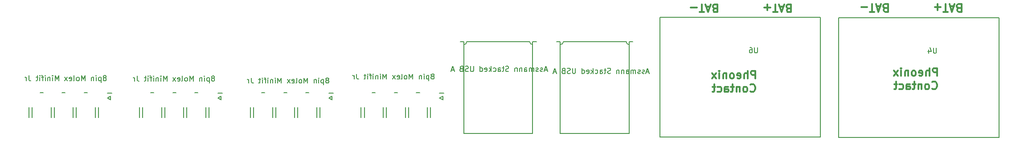
<source format=gbr>
G04 #@! TF.FileFunction,Legend,Bot*
%FSLAX46Y46*%
G04 Gerber Fmt 4.6, Leading zero omitted, Abs format (unit mm)*
G04 Created by KiCad (PCBNEW 4.0.7) date 02/15/18 17:09:35*
%MOMM*%
%LPD*%
G01*
G04 APERTURE LIST*
%ADD10C,0.100000*%
%ADD11C,0.300000*%
%ADD12C,0.150000*%
G04 APERTURE END LIST*
D10*
D11*
X199266714Y-99167143D02*
X199052428Y-99095714D01*
X198981000Y-99024286D01*
X198909571Y-98881429D01*
X198909571Y-98667143D01*
X198981000Y-98524286D01*
X199052428Y-98452857D01*
X199195286Y-98381429D01*
X199766714Y-98381429D01*
X199766714Y-99881429D01*
X199266714Y-99881429D01*
X199123857Y-99810000D01*
X199052428Y-99738571D01*
X198981000Y-99595714D01*
X198981000Y-99452857D01*
X199052428Y-99310000D01*
X199123857Y-99238571D01*
X199266714Y-99167143D01*
X199766714Y-99167143D01*
X198338143Y-98810000D02*
X197623857Y-98810000D01*
X198481000Y-98381429D02*
X197981000Y-99881429D01*
X197481000Y-98381429D01*
X197195286Y-99881429D02*
X196338143Y-99881429D01*
X196766714Y-98381429D02*
X196766714Y-99881429D01*
X195838143Y-98952857D02*
X194695286Y-98952857D01*
X195266715Y-98381429D02*
X195266715Y-99524286D01*
X185296714Y-99167143D02*
X185082428Y-99095714D01*
X185011000Y-99024286D01*
X184939571Y-98881429D01*
X184939571Y-98667143D01*
X185011000Y-98524286D01*
X185082428Y-98452857D01*
X185225286Y-98381429D01*
X185796714Y-98381429D01*
X185796714Y-99881429D01*
X185296714Y-99881429D01*
X185153857Y-99810000D01*
X185082428Y-99738571D01*
X185011000Y-99595714D01*
X185011000Y-99452857D01*
X185082428Y-99310000D01*
X185153857Y-99238571D01*
X185296714Y-99167143D01*
X185796714Y-99167143D01*
X184368143Y-98810000D02*
X183653857Y-98810000D01*
X184511000Y-98381429D02*
X184011000Y-99881429D01*
X183511000Y-98381429D01*
X183225286Y-99881429D02*
X182368143Y-99881429D01*
X182796714Y-98381429D02*
X182796714Y-99881429D01*
X181868143Y-98952857D02*
X180725286Y-98952857D01*
X217681714Y-99103643D02*
X217467428Y-99032214D01*
X217396000Y-98960786D01*
X217324571Y-98817929D01*
X217324571Y-98603643D01*
X217396000Y-98460786D01*
X217467428Y-98389357D01*
X217610286Y-98317929D01*
X218181714Y-98317929D01*
X218181714Y-99817929D01*
X217681714Y-99817929D01*
X217538857Y-99746500D01*
X217467428Y-99675071D01*
X217396000Y-99532214D01*
X217396000Y-99389357D01*
X217467428Y-99246500D01*
X217538857Y-99175071D01*
X217681714Y-99103643D01*
X218181714Y-99103643D01*
X216753143Y-98746500D02*
X216038857Y-98746500D01*
X216896000Y-98317929D02*
X216396000Y-99817929D01*
X215896000Y-98317929D01*
X215610286Y-99817929D02*
X214753143Y-99817929D01*
X215181714Y-98317929D02*
X215181714Y-99817929D01*
X214253143Y-98889357D02*
X213110286Y-98889357D01*
X231651714Y-99103643D02*
X231437428Y-99032214D01*
X231366000Y-98960786D01*
X231294571Y-98817929D01*
X231294571Y-98603643D01*
X231366000Y-98460786D01*
X231437428Y-98389357D01*
X231580286Y-98317929D01*
X232151714Y-98317929D01*
X232151714Y-99817929D01*
X231651714Y-99817929D01*
X231508857Y-99746500D01*
X231437428Y-99675071D01*
X231366000Y-99532214D01*
X231366000Y-99389357D01*
X231437428Y-99246500D01*
X231508857Y-99175071D01*
X231651714Y-99103643D01*
X232151714Y-99103643D01*
X230723143Y-98746500D02*
X230008857Y-98746500D01*
X230866000Y-98317929D02*
X230366000Y-99817929D01*
X229866000Y-98317929D01*
X229580286Y-99817929D02*
X228723143Y-99817929D01*
X229151714Y-98317929D02*
X229151714Y-99817929D01*
X228223143Y-98889357D02*
X227080286Y-98889357D01*
X227651715Y-98317929D02*
X227651715Y-99460786D01*
X193011714Y-112560571D02*
X193011714Y-111060571D01*
X192440286Y-111060571D01*
X192297428Y-111132000D01*
X192226000Y-111203429D01*
X192154571Y-111346286D01*
X192154571Y-111560571D01*
X192226000Y-111703429D01*
X192297428Y-111774857D01*
X192440286Y-111846286D01*
X193011714Y-111846286D01*
X191511714Y-112560571D02*
X191511714Y-111060571D01*
X190868857Y-112560571D02*
X190868857Y-111774857D01*
X190940286Y-111632000D01*
X191083143Y-111560571D01*
X191297428Y-111560571D01*
X191440286Y-111632000D01*
X191511714Y-111703429D01*
X189583143Y-112489143D02*
X189726000Y-112560571D01*
X190011714Y-112560571D01*
X190154571Y-112489143D01*
X190226000Y-112346286D01*
X190226000Y-111774857D01*
X190154571Y-111632000D01*
X190011714Y-111560571D01*
X189726000Y-111560571D01*
X189583143Y-111632000D01*
X189511714Y-111774857D01*
X189511714Y-111917714D01*
X190226000Y-112060571D01*
X188654571Y-112560571D02*
X188797429Y-112489143D01*
X188868857Y-112417714D01*
X188940286Y-112274857D01*
X188940286Y-111846286D01*
X188868857Y-111703429D01*
X188797429Y-111632000D01*
X188654571Y-111560571D01*
X188440286Y-111560571D01*
X188297429Y-111632000D01*
X188226000Y-111703429D01*
X188154571Y-111846286D01*
X188154571Y-112274857D01*
X188226000Y-112417714D01*
X188297429Y-112489143D01*
X188440286Y-112560571D01*
X188654571Y-112560571D01*
X187511714Y-111560571D02*
X187511714Y-112560571D01*
X187511714Y-111703429D02*
X187440286Y-111632000D01*
X187297428Y-111560571D01*
X187083143Y-111560571D01*
X186940286Y-111632000D01*
X186868857Y-111774857D01*
X186868857Y-112560571D01*
X186154571Y-112560571D02*
X186154571Y-111560571D01*
X186154571Y-111060571D02*
X186226000Y-111132000D01*
X186154571Y-111203429D01*
X186083143Y-111132000D01*
X186154571Y-111060571D01*
X186154571Y-111203429D01*
X185583142Y-112560571D02*
X184797428Y-111560571D01*
X185583142Y-111560571D02*
X184797428Y-112560571D01*
X192047428Y-114967714D02*
X192118857Y-115039143D01*
X192333143Y-115110571D01*
X192476000Y-115110571D01*
X192690285Y-115039143D01*
X192833143Y-114896286D01*
X192904571Y-114753429D01*
X192976000Y-114467714D01*
X192976000Y-114253429D01*
X192904571Y-113967714D01*
X192833143Y-113824857D01*
X192690285Y-113682000D01*
X192476000Y-113610571D01*
X192333143Y-113610571D01*
X192118857Y-113682000D01*
X192047428Y-113753429D01*
X191190285Y-115110571D02*
X191333143Y-115039143D01*
X191404571Y-114967714D01*
X191476000Y-114824857D01*
X191476000Y-114396286D01*
X191404571Y-114253429D01*
X191333143Y-114182000D01*
X191190285Y-114110571D01*
X190976000Y-114110571D01*
X190833143Y-114182000D01*
X190761714Y-114253429D01*
X190690285Y-114396286D01*
X190690285Y-114824857D01*
X190761714Y-114967714D01*
X190833143Y-115039143D01*
X190976000Y-115110571D01*
X191190285Y-115110571D01*
X190047428Y-114110571D02*
X190047428Y-115110571D01*
X190047428Y-114253429D02*
X189976000Y-114182000D01*
X189833142Y-114110571D01*
X189618857Y-114110571D01*
X189476000Y-114182000D01*
X189404571Y-114324857D01*
X189404571Y-115110571D01*
X188904571Y-114110571D02*
X188333142Y-114110571D01*
X188690285Y-113610571D02*
X188690285Y-114896286D01*
X188618857Y-115039143D01*
X188475999Y-115110571D01*
X188333142Y-115110571D01*
X187190285Y-115110571D02*
X187190285Y-114324857D01*
X187261714Y-114182000D01*
X187404571Y-114110571D01*
X187690285Y-114110571D01*
X187833142Y-114182000D01*
X187190285Y-115039143D02*
X187333142Y-115110571D01*
X187690285Y-115110571D01*
X187833142Y-115039143D01*
X187904571Y-114896286D01*
X187904571Y-114753429D01*
X187833142Y-114610571D01*
X187690285Y-114539143D01*
X187333142Y-114539143D01*
X187190285Y-114467714D01*
X185833142Y-115039143D02*
X185975999Y-115110571D01*
X186261713Y-115110571D01*
X186404571Y-115039143D01*
X186475999Y-114967714D01*
X186547428Y-114824857D01*
X186547428Y-114396286D01*
X186475999Y-114253429D01*
X186404571Y-114182000D01*
X186261713Y-114110571D01*
X185975999Y-114110571D01*
X185833142Y-114182000D01*
X185404571Y-114110571D02*
X184833142Y-114110571D01*
X185190285Y-113610571D02*
X185190285Y-114896286D01*
X185118857Y-115039143D01*
X184975999Y-115110571D01*
X184833142Y-115110571D01*
X227555714Y-112052571D02*
X227555714Y-110552571D01*
X226984286Y-110552571D01*
X226841428Y-110624000D01*
X226770000Y-110695429D01*
X226698571Y-110838286D01*
X226698571Y-111052571D01*
X226770000Y-111195429D01*
X226841428Y-111266857D01*
X226984286Y-111338286D01*
X227555714Y-111338286D01*
X226055714Y-112052571D02*
X226055714Y-110552571D01*
X225412857Y-112052571D02*
X225412857Y-111266857D01*
X225484286Y-111124000D01*
X225627143Y-111052571D01*
X225841428Y-111052571D01*
X225984286Y-111124000D01*
X226055714Y-111195429D01*
X224127143Y-111981143D02*
X224270000Y-112052571D01*
X224555714Y-112052571D01*
X224698571Y-111981143D01*
X224770000Y-111838286D01*
X224770000Y-111266857D01*
X224698571Y-111124000D01*
X224555714Y-111052571D01*
X224270000Y-111052571D01*
X224127143Y-111124000D01*
X224055714Y-111266857D01*
X224055714Y-111409714D01*
X224770000Y-111552571D01*
X223198571Y-112052571D02*
X223341429Y-111981143D01*
X223412857Y-111909714D01*
X223484286Y-111766857D01*
X223484286Y-111338286D01*
X223412857Y-111195429D01*
X223341429Y-111124000D01*
X223198571Y-111052571D01*
X222984286Y-111052571D01*
X222841429Y-111124000D01*
X222770000Y-111195429D01*
X222698571Y-111338286D01*
X222698571Y-111766857D01*
X222770000Y-111909714D01*
X222841429Y-111981143D01*
X222984286Y-112052571D01*
X223198571Y-112052571D01*
X222055714Y-111052571D02*
X222055714Y-112052571D01*
X222055714Y-111195429D02*
X221984286Y-111124000D01*
X221841428Y-111052571D01*
X221627143Y-111052571D01*
X221484286Y-111124000D01*
X221412857Y-111266857D01*
X221412857Y-112052571D01*
X220698571Y-112052571D02*
X220698571Y-111052571D01*
X220698571Y-110552571D02*
X220770000Y-110624000D01*
X220698571Y-110695429D01*
X220627143Y-110624000D01*
X220698571Y-110552571D01*
X220698571Y-110695429D01*
X220127142Y-112052571D02*
X219341428Y-111052571D01*
X220127142Y-111052571D02*
X219341428Y-112052571D01*
X226591428Y-114459714D02*
X226662857Y-114531143D01*
X226877143Y-114602571D01*
X227020000Y-114602571D01*
X227234285Y-114531143D01*
X227377143Y-114388286D01*
X227448571Y-114245429D01*
X227520000Y-113959714D01*
X227520000Y-113745429D01*
X227448571Y-113459714D01*
X227377143Y-113316857D01*
X227234285Y-113174000D01*
X227020000Y-113102571D01*
X226877143Y-113102571D01*
X226662857Y-113174000D01*
X226591428Y-113245429D01*
X225734285Y-114602571D02*
X225877143Y-114531143D01*
X225948571Y-114459714D01*
X226020000Y-114316857D01*
X226020000Y-113888286D01*
X225948571Y-113745429D01*
X225877143Y-113674000D01*
X225734285Y-113602571D01*
X225520000Y-113602571D01*
X225377143Y-113674000D01*
X225305714Y-113745429D01*
X225234285Y-113888286D01*
X225234285Y-114316857D01*
X225305714Y-114459714D01*
X225377143Y-114531143D01*
X225520000Y-114602571D01*
X225734285Y-114602571D01*
X224591428Y-113602571D02*
X224591428Y-114602571D01*
X224591428Y-113745429D02*
X224520000Y-113674000D01*
X224377142Y-113602571D01*
X224162857Y-113602571D01*
X224020000Y-113674000D01*
X223948571Y-113816857D01*
X223948571Y-114602571D01*
X223448571Y-113602571D02*
X222877142Y-113602571D01*
X223234285Y-113102571D02*
X223234285Y-114388286D01*
X223162857Y-114531143D01*
X223019999Y-114602571D01*
X222877142Y-114602571D01*
X221734285Y-114602571D02*
X221734285Y-113816857D01*
X221805714Y-113674000D01*
X221948571Y-113602571D01*
X222234285Y-113602571D01*
X222377142Y-113674000D01*
X221734285Y-114531143D02*
X221877142Y-114602571D01*
X222234285Y-114602571D01*
X222377142Y-114531143D01*
X222448571Y-114388286D01*
X222448571Y-114245429D01*
X222377142Y-114102571D01*
X222234285Y-114031143D01*
X221877142Y-114031143D01*
X221734285Y-113959714D01*
X220377142Y-114531143D02*
X220519999Y-114602571D01*
X220805713Y-114602571D01*
X220948571Y-114531143D01*
X221019999Y-114459714D01*
X221091428Y-114316857D01*
X221091428Y-113888286D01*
X221019999Y-113745429D01*
X220948571Y-113674000D01*
X220805713Y-113602571D01*
X220519999Y-113602571D01*
X220377142Y-113674000D01*
X219948571Y-113602571D02*
X219377142Y-113602571D01*
X219734285Y-113102571D02*
X219734285Y-114388286D01*
X219662857Y-114531143D01*
X219519999Y-114602571D01*
X219377142Y-114602571D01*
D12*
X208851500Y-123761500D02*
X210121500Y-123761500D01*
X208851500Y-100901500D02*
X208851500Y-123761500D01*
X239331500Y-100901500D02*
X208851500Y-100901500D01*
X239331500Y-123761500D02*
X239331500Y-100901500D01*
X210121500Y-123761500D02*
X239331500Y-123761500D01*
X174879000Y-123698000D02*
X176149000Y-123698000D01*
X174879000Y-100838000D02*
X174879000Y-123698000D01*
X205359000Y-100838000D02*
X174879000Y-100838000D01*
X205359000Y-123698000D02*
X205359000Y-100838000D01*
X176149000Y-123698000D02*
X205359000Y-123698000D01*
X169046000Y-115798500D02*
X169046000Y-122998500D01*
X169046000Y-122998500D02*
X155946000Y-122998500D01*
X155946000Y-122998500D02*
X155946000Y-115798500D01*
X168466000Y-105498500D02*
X156526000Y-105498500D01*
X169046000Y-106078500D02*
G75*
G02X168466000Y-105498500I0J580000D01*
G01*
X169046000Y-105498500D02*
X169736000Y-105498500D01*
X169046000Y-105498500D02*
X169046000Y-115798500D01*
X156526000Y-105498500D02*
G75*
G02X155946000Y-106078500I-580000J0D01*
G01*
X155946000Y-105498500D02*
X155256000Y-105498500D01*
X155946000Y-115798500D02*
X155946000Y-105498500D01*
X150694500Y-115798500D02*
X150694500Y-122998500D01*
X150694500Y-122998500D02*
X137594500Y-122998500D01*
X137594500Y-122998500D02*
X137594500Y-115798500D01*
X150114500Y-105498500D02*
X138174500Y-105498500D01*
X150694500Y-106078500D02*
G75*
G02X150114500Y-105498500I0J580000D01*
G01*
X150694500Y-105498500D02*
X151384500Y-105498500D01*
X150694500Y-105498500D02*
X150694500Y-115798500D01*
X138174500Y-105498500D02*
G75*
G02X137594500Y-106078500I-580000J0D01*
G01*
X137594500Y-105498500D02*
X136904500Y-105498500D01*
X137594500Y-115798500D02*
X137594500Y-105498500D01*
X90900000Y-115318500D02*
X91750000Y-115318500D01*
X89200000Y-118068500D02*
X89200000Y-119968500D01*
X88600000Y-118068500D02*
X88600000Y-119968500D01*
X85000000Y-118068500D02*
X85000000Y-119968500D01*
X84400000Y-118068500D02*
X84400000Y-119968500D01*
X80800000Y-118068500D02*
X80800000Y-119968500D01*
X80200000Y-118068500D02*
X80200000Y-119968500D01*
X76600000Y-118068500D02*
X76600000Y-119968500D01*
X76000000Y-118068500D02*
X76000000Y-119968500D01*
X87100000Y-115268500D02*
X86500000Y-115268500D01*
X82900000Y-115268500D02*
X82300000Y-115268500D01*
X78700000Y-115268500D02*
X78100000Y-115268500D01*
X90900000Y-116268500D02*
X91500000Y-116568500D01*
X91500000Y-116568500D02*
X91500000Y-115968500D01*
X91500000Y-115968500D02*
X90900000Y-116268500D01*
X133000500Y-115318500D02*
X133850500Y-115318500D01*
X131300500Y-118068500D02*
X131300500Y-119968500D01*
X130700500Y-118068500D02*
X130700500Y-119968500D01*
X127100500Y-118068500D02*
X127100500Y-119968500D01*
X126500500Y-118068500D02*
X126500500Y-119968500D01*
X122900500Y-118068500D02*
X122900500Y-119968500D01*
X122300500Y-118068500D02*
X122300500Y-119968500D01*
X118700500Y-118068500D02*
X118700500Y-119968500D01*
X118100500Y-118068500D02*
X118100500Y-119968500D01*
X129200500Y-115268500D02*
X128600500Y-115268500D01*
X125000500Y-115268500D02*
X124400500Y-115268500D01*
X120800500Y-115268500D02*
X120200500Y-115268500D01*
X133000500Y-116268500D02*
X133600500Y-116568500D01*
X133600500Y-116568500D02*
X133600500Y-115968500D01*
X133600500Y-115968500D02*
X133000500Y-116268500D01*
X69881500Y-115318500D02*
X70731500Y-115318500D01*
X68181500Y-118068500D02*
X68181500Y-119968500D01*
X67581500Y-118068500D02*
X67581500Y-119968500D01*
X63981500Y-118068500D02*
X63981500Y-119968500D01*
X63381500Y-118068500D02*
X63381500Y-119968500D01*
X59781500Y-118068500D02*
X59781500Y-119968500D01*
X59181500Y-118068500D02*
X59181500Y-119968500D01*
X55581500Y-118068500D02*
X55581500Y-119968500D01*
X54981500Y-118068500D02*
X54981500Y-119968500D01*
X66081500Y-115268500D02*
X65481500Y-115268500D01*
X61881500Y-115268500D02*
X61281500Y-115268500D01*
X57681500Y-115268500D02*
X57081500Y-115268500D01*
X69881500Y-116268500D02*
X70481500Y-116568500D01*
X70481500Y-116568500D02*
X70481500Y-115968500D01*
X70481500Y-115968500D02*
X69881500Y-116268500D01*
X111982000Y-115318500D02*
X112832000Y-115318500D01*
X110282000Y-118068500D02*
X110282000Y-119968500D01*
X109682000Y-118068500D02*
X109682000Y-119968500D01*
X106082000Y-118068500D02*
X106082000Y-119968500D01*
X105482000Y-118068500D02*
X105482000Y-119968500D01*
X101882000Y-118068500D02*
X101882000Y-119968500D01*
X101282000Y-118068500D02*
X101282000Y-119968500D01*
X97682000Y-118068500D02*
X97682000Y-119968500D01*
X97082000Y-118068500D02*
X97082000Y-119968500D01*
X108182000Y-115268500D02*
X107582000Y-115268500D01*
X103982000Y-115268500D02*
X103382000Y-115268500D01*
X99782000Y-115268500D02*
X99182000Y-115268500D01*
X111982000Y-116268500D02*
X112582000Y-116568500D01*
X112582000Y-116568500D02*
X112582000Y-115968500D01*
X112582000Y-115968500D02*
X111982000Y-116268500D01*
X227393405Y-106703881D02*
X227393405Y-107513405D01*
X227345786Y-107608643D01*
X227298167Y-107656262D01*
X227202929Y-107703881D01*
X227012452Y-107703881D01*
X226917214Y-107656262D01*
X226869595Y-107608643D01*
X226821976Y-107513405D01*
X226821976Y-106703881D01*
X225917214Y-107037214D02*
X225917214Y-107703881D01*
X226155310Y-106656262D02*
X226393405Y-107370548D01*
X225774357Y-107370548D01*
X193420905Y-106640381D02*
X193420905Y-107449905D01*
X193373286Y-107545143D01*
X193325667Y-107592762D01*
X193230429Y-107640381D01*
X193039952Y-107640381D01*
X192944714Y-107592762D01*
X192897095Y-107545143D01*
X192849476Y-107449905D01*
X192849476Y-106640381D01*
X191944714Y-106640381D02*
X192135191Y-106640381D01*
X192230429Y-106688000D01*
X192278048Y-106735619D01*
X192373286Y-106878476D01*
X192420905Y-107068952D01*
X192420905Y-107449905D01*
X192373286Y-107545143D01*
X192325667Y-107592762D01*
X192230429Y-107640381D01*
X192039952Y-107640381D01*
X191944714Y-107592762D01*
X191897095Y-107545143D01*
X191849476Y-107449905D01*
X191849476Y-107211810D01*
X191897095Y-107116571D01*
X191944714Y-107068952D01*
X192039952Y-107021333D01*
X192230429Y-107021333D01*
X192325667Y-107068952D01*
X192373286Y-107116571D01*
X192420905Y-107211810D01*
X172774430Y-111291667D02*
X172298239Y-111291667D01*
X172869668Y-111577381D02*
X172536335Y-110577381D01*
X172203001Y-111577381D01*
X171917287Y-111529762D02*
X171822049Y-111577381D01*
X171631573Y-111577381D01*
X171536334Y-111529762D01*
X171488715Y-111434524D01*
X171488715Y-111386905D01*
X171536334Y-111291667D01*
X171631573Y-111244048D01*
X171774430Y-111244048D01*
X171869668Y-111196429D01*
X171917287Y-111101190D01*
X171917287Y-111053571D01*
X171869668Y-110958333D01*
X171774430Y-110910714D01*
X171631573Y-110910714D01*
X171536334Y-110958333D01*
X171107763Y-111529762D02*
X171012525Y-111577381D01*
X170822049Y-111577381D01*
X170726810Y-111529762D01*
X170679191Y-111434524D01*
X170679191Y-111386905D01*
X170726810Y-111291667D01*
X170822049Y-111244048D01*
X170964906Y-111244048D01*
X171060144Y-111196429D01*
X171107763Y-111101190D01*
X171107763Y-111053571D01*
X171060144Y-110958333D01*
X170964906Y-110910714D01*
X170822049Y-110910714D01*
X170726810Y-110958333D01*
X170250620Y-111577381D02*
X170250620Y-110910714D01*
X170250620Y-111005952D02*
X170203001Y-110958333D01*
X170107763Y-110910714D01*
X169964905Y-110910714D01*
X169869667Y-110958333D01*
X169822048Y-111053571D01*
X169822048Y-111577381D01*
X169822048Y-111053571D02*
X169774429Y-110958333D01*
X169679191Y-110910714D01*
X169536334Y-110910714D01*
X169441096Y-110958333D01*
X169393477Y-111053571D01*
X169393477Y-111577381D01*
X168488715Y-111577381D02*
X168488715Y-111053571D01*
X168536334Y-110958333D01*
X168631572Y-110910714D01*
X168822049Y-110910714D01*
X168917287Y-110958333D01*
X168488715Y-111529762D02*
X168583953Y-111577381D01*
X168822049Y-111577381D01*
X168917287Y-111529762D01*
X168964906Y-111434524D01*
X168964906Y-111339286D01*
X168917287Y-111244048D01*
X168822049Y-111196429D01*
X168583953Y-111196429D01*
X168488715Y-111148810D01*
X168012525Y-110910714D02*
X168012525Y-111577381D01*
X168012525Y-111005952D02*
X167964906Y-110958333D01*
X167869668Y-110910714D01*
X167726810Y-110910714D01*
X167631572Y-110958333D01*
X167583953Y-111053571D01*
X167583953Y-111577381D01*
X167107763Y-110910714D02*
X167107763Y-111577381D01*
X167107763Y-111005952D02*
X167060144Y-110958333D01*
X166964906Y-110910714D01*
X166822048Y-110910714D01*
X166726810Y-110958333D01*
X166679191Y-111053571D01*
X166679191Y-111577381D01*
X165488715Y-111529762D02*
X165345858Y-111577381D01*
X165107762Y-111577381D01*
X165012524Y-111529762D01*
X164964905Y-111482143D01*
X164917286Y-111386905D01*
X164917286Y-111291667D01*
X164964905Y-111196429D01*
X165012524Y-111148810D01*
X165107762Y-111101190D01*
X165298239Y-111053571D01*
X165393477Y-111005952D01*
X165441096Y-110958333D01*
X165488715Y-110863095D01*
X165488715Y-110767857D01*
X165441096Y-110672619D01*
X165393477Y-110625000D01*
X165298239Y-110577381D01*
X165060143Y-110577381D01*
X164917286Y-110625000D01*
X164631572Y-110910714D02*
X164250620Y-110910714D01*
X164488715Y-110577381D02*
X164488715Y-111434524D01*
X164441096Y-111529762D01*
X164345858Y-111577381D01*
X164250620Y-111577381D01*
X163488714Y-111577381D02*
X163488714Y-111053571D01*
X163536333Y-110958333D01*
X163631571Y-110910714D01*
X163822048Y-110910714D01*
X163917286Y-110958333D01*
X163488714Y-111529762D02*
X163583952Y-111577381D01*
X163822048Y-111577381D01*
X163917286Y-111529762D01*
X163964905Y-111434524D01*
X163964905Y-111339286D01*
X163917286Y-111244048D01*
X163822048Y-111196429D01*
X163583952Y-111196429D01*
X163488714Y-111148810D01*
X162583952Y-111529762D02*
X162679190Y-111577381D01*
X162869667Y-111577381D01*
X162964905Y-111529762D01*
X163012524Y-111482143D01*
X163060143Y-111386905D01*
X163060143Y-111101190D01*
X163012524Y-111005952D01*
X162964905Y-110958333D01*
X162869667Y-110910714D01*
X162679190Y-110910714D01*
X162583952Y-110958333D01*
X162155381Y-111577381D02*
X162155381Y-110577381D01*
X162060143Y-111196429D02*
X161774428Y-111577381D01*
X161774428Y-110910714D02*
X162155381Y-111291667D01*
X160964904Y-111529762D02*
X161060142Y-111577381D01*
X161250619Y-111577381D01*
X161345857Y-111529762D01*
X161393476Y-111434524D01*
X161393476Y-111053571D01*
X161345857Y-110958333D01*
X161250619Y-110910714D01*
X161060142Y-110910714D01*
X160964904Y-110958333D01*
X160917285Y-111053571D01*
X160917285Y-111148810D01*
X161393476Y-111244048D01*
X160060142Y-111577381D02*
X160060142Y-110577381D01*
X160060142Y-111529762D02*
X160155380Y-111577381D01*
X160345857Y-111577381D01*
X160441095Y-111529762D01*
X160488714Y-111482143D01*
X160536333Y-111386905D01*
X160536333Y-111101190D01*
X160488714Y-111005952D01*
X160441095Y-110958333D01*
X160345857Y-110910714D01*
X160155380Y-110910714D01*
X160060142Y-110958333D01*
X158822047Y-110577381D02*
X158822047Y-111386905D01*
X158774428Y-111482143D01*
X158726809Y-111529762D01*
X158631571Y-111577381D01*
X158441094Y-111577381D01*
X158345856Y-111529762D01*
X158298237Y-111482143D01*
X158250618Y-111386905D01*
X158250618Y-110577381D01*
X157822047Y-111529762D02*
X157679190Y-111577381D01*
X157441094Y-111577381D01*
X157345856Y-111529762D01*
X157298237Y-111482143D01*
X157250618Y-111386905D01*
X157250618Y-111291667D01*
X157298237Y-111196429D01*
X157345856Y-111148810D01*
X157441094Y-111101190D01*
X157631571Y-111053571D01*
X157726809Y-111005952D01*
X157774428Y-110958333D01*
X157822047Y-110863095D01*
X157822047Y-110767857D01*
X157774428Y-110672619D01*
X157726809Y-110625000D01*
X157631571Y-110577381D01*
X157393475Y-110577381D01*
X157250618Y-110625000D01*
X156488713Y-111053571D02*
X156345856Y-111101190D01*
X156298237Y-111148810D01*
X156250618Y-111244048D01*
X156250618Y-111386905D01*
X156298237Y-111482143D01*
X156345856Y-111529762D01*
X156441094Y-111577381D01*
X156822047Y-111577381D01*
X156822047Y-110577381D01*
X156488713Y-110577381D01*
X156393475Y-110625000D01*
X156345856Y-110672619D01*
X156298237Y-110767857D01*
X156298237Y-110863095D01*
X156345856Y-110958333D01*
X156393475Y-111005952D01*
X156488713Y-111053571D01*
X156822047Y-111053571D01*
X155107761Y-111291667D02*
X154631570Y-111291667D01*
X155202999Y-111577381D02*
X154869666Y-110577381D01*
X154536332Y-111577381D01*
X153406930Y-110910667D02*
X152930739Y-110910667D01*
X153502168Y-111196381D02*
X153168835Y-110196381D01*
X152835501Y-111196381D01*
X152549787Y-111148762D02*
X152454549Y-111196381D01*
X152264073Y-111196381D01*
X152168834Y-111148762D01*
X152121215Y-111053524D01*
X152121215Y-111005905D01*
X152168834Y-110910667D01*
X152264073Y-110863048D01*
X152406930Y-110863048D01*
X152502168Y-110815429D01*
X152549787Y-110720190D01*
X152549787Y-110672571D01*
X152502168Y-110577333D01*
X152406930Y-110529714D01*
X152264073Y-110529714D01*
X152168834Y-110577333D01*
X151740263Y-111148762D02*
X151645025Y-111196381D01*
X151454549Y-111196381D01*
X151359310Y-111148762D01*
X151311691Y-111053524D01*
X151311691Y-111005905D01*
X151359310Y-110910667D01*
X151454549Y-110863048D01*
X151597406Y-110863048D01*
X151692644Y-110815429D01*
X151740263Y-110720190D01*
X151740263Y-110672571D01*
X151692644Y-110577333D01*
X151597406Y-110529714D01*
X151454549Y-110529714D01*
X151359310Y-110577333D01*
X150883120Y-111196381D02*
X150883120Y-110529714D01*
X150883120Y-110624952D02*
X150835501Y-110577333D01*
X150740263Y-110529714D01*
X150597405Y-110529714D01*
X150502167Y-110577333D01*
X150454548Y-110672571D01*
X150454548Y-111196381D01*
X150454548Y-110672571D02*
X150406929Y-110577333D01*
X150311691Y-110529714D01*
X150168834Y-110529714D01*
X150073596Y-110577333D01*
X150025977Y-110672571D01*
X150025977Y-111196381D01*
X149121215Y-111196381D02*
X149121215Y-110672571D01*
X149168834Y-110577333D01*
X149264072Y-110529714D01*
X149454549Y-110529714D01*
X149549787Y-110577333D01*
X149121215Y-111148762D02*
X149216453Y-111196381D01*
X149454549Y-111196381D01*
X149549787Y-111148762D01*
X149597406Y-111053524D01*
X149597406Y-110958286D01*
X149549787Y-110863048D01*
X149454549Y-110815429D01*
X149216453Y-110815429D01*
X149121215Y-110767810D01*
X148645025Y-110529714D02*
X148645025Y-111196381D01*
X148645025Y-110624952D02*
X148597406Y-110577333D01*
X148502168Y-110529714D01*
X148359310Y-110529714D01*
X148264072Y-110577333D01*
X148216453Y-110672571D01*
X148216453Y-111196381D01*
X147740263Y-110529714D02*
X147740263Y-111196381D01*
X147740263Y-110624952D02*
X147692644Y-110577333D01*
X147597406Y-110529714D01*
X147454548Y-110529714D01*
X147359310Y-110577333D01*
X147311691Y-110672571D01*
X147311691Y-111196381D01*
X146121215Y-111148762D02*
X145978358Y-111196381D01*
X145740262Y-111196381D01*
X145645024Y-111148762D01*
X145597405Y-111101143D01*
X145549786Y-111005905D01*
X145549786Y-110910667D01*
X145597405Y-110815429D01*
X145645024Y-110767810D01*
X145740262Y-110720190D01*
X145930739Y-110672571D01*
X146025977Y-110624952D01*
X146073596Y-110577333D01*
X146121215Y-110482095D01*
X146121215Y-110386857D01*
X146073596Y-110291619D01*
X146025977Y-110244000D01*
X145930739Y-110196381D01*
X145692643Y-110196381D01*
X145549786Y-110244000D01*
X145264072Y-110529714D02*
X144883120Y-110529714D01*
X145121215Y-110196381D02*
X145121215Y-111053524D01*
X145073596Y-111148762D01*
X144978358Y-111196381D01*
X144883120Y-111196381D01*
X144121214Y-111196381D02*
X144121214Y-110672571D01*
X144168833Y-110577333D01*
X144264071Y-110529714D01*
X144454548Y-110529714D01*
X144549786Y-110577333D01*
X144121214Y-111148762D02*
X144216452Y-111196381D01*
X144454548Y-111196381D01*
X144549786Y-111148762D01*
X144597405Y-111053524D01*
X144597405Y-110958286D01*
X144549786Y-110863048D01*
X144454548Y-110815429D01*
X144216452Y-110815429D01*
X144121214Y-110767810D01*
X143216452Y-111148762D02*
X143311690Y-111196381D01*
X143502167Y-111196381D01*
X143597405Y-111148762D01*
X143645024Y-111101143D01*
X143692643Y-111005905D01*
X143692643Y-110720190D01*
X143645024Y-110624952D01*
X143597405Y-110577333D01*
X143502167Y-110529714D01*
X143311690Y-110529714D01*
X143216452Y-110577333D01*
X142787881Y-111196381D02*
X142787881Y-110196381D01*
X142692643Y-110815429D02*
X142406928Y-111196381D01*
X142406928Y-110529714D02*
X142787881Y-110910667D01*
X141597404Y-111148762D02*
X141692642Y-111196381D01*
X141883119Y-111196381D01*
X141978357Y-111148762D01*
X142025976Y-111053524D01*
X142025976Y-110672571D01*
X141978357Y-110577333D01*
X141883119Y-110529714D01*
X141692642Y-110529714D01*
X141597404Y-110577333D01*
X141549785Y-110672571D01*
X141549785Y-110767810D01*
X142025976Y-110863048D01*
X140692642Y-111196381D02*
X140692642Y-110196381D01*
X140692642Y-111148762D02*
X140787880Y-111196381D01*
X140978357Y-111196381D01*
X141073595Y-111148762D01*
X141121214Y-111101143D01*
X141168833Y-111005905D01*
X141168833Y-110720190D01*
X141121214Y-110624952D01*
X141073595Y-110577333D01*
X140978357Y-110529714D01*
X140787880Y-110529714D01*
X140692642Y-110577333D01*
X139454547Y-110196381D02*
X139454547Y-111005905D01*
X139406928Y-111101143D01*
X139359309Y-111148762D01*
X139264071Y-111196381D01*
X139073594Y-111196381D01*
X138978356Y-111148762D01*
X138930737Y-111101143D01*
X138883118Y-111005905D01*
X138883118Y-110196381D01*
X138454547Y-111148762D02*
X138311690Y-111196381D01*
X138073594Y-111196381D01*
X137978356Y-111148762D01*
X137930737Y-111101143D01*
X137883118Y-111005905D01*
X137883118Y-110910667D01*
X137930737Y-110815429D01*
X137978356Y-110767810D01*
X138073594Y-110720190D01*
X138264071Y-110672571D01*
X138359309Y-110624952D01*
X138406928Y-110577333D01*
X138454547Y-110482095D01*
X138454547Y-110386857D01*
X138406928Y-110291619D01*
X138359309Y-110244000D01*
X138264071Y-110196381D01*
X138025975Y-110196381D01*
X137883118Y-110244000D01*
X137121213Y-110672571D02*
X136978356Y-110720190D01*
X136930737Y-110767810D01*
X136883118Y-110863048D01*
X136883118Y-111005905D01*
X136930737Y-111101143D01*
X136978356Y-111148762D01*
X137073594Y-111196381D01*
X137454547Y-111196381D01*
X137454547Y-110196381D01*
X137121213Y-110196381D01*
X137025975Y-110244000D01*
X136978356Y-110291619D01*
X136930737Y-110386857D01*
X136930737Y-110482095D01*
X136978356Y-110577333D01*
X137025975Y-110624952D01*
X137121213Y-110672571D01*
X137454547Y-110672571D01*
X135740261Y-110910667D02*
X135264070Y-110910667D01*
X135835499Y-111196381D02*
X135502166Y-110196381D01*
X135168832Y-111196381D01*
X90050001Y-112466452D02*
X90145239Y-112418833D01*
X90192858Y-112371214D01*
X90240477Y-112275976D01*
X90240477Y-112228357D01*
X90192858Y-112133119D01*
X90145239Y-112085500D01*
X90050001Y-112037881D01*
X89859524Y-112037881D01*
X89764286Y-112085500D01*
X89716667Y-112133119D01*
X89669048Y-112228357D01*
X89669048Y-112275976D01*
X89716667Y-112371214D01*
X89764286Y-112418833D01*
X89859524Y-112466452D01*
X90050001Y-112466452D01*
X90145239Y-112514071D01*
X90192858Y-112561690D01*
X90240477Y-112656929D01*
X90240477Y-112847405D01*
X90192858Y-112942643D01*
X90145239Y-112990262D01*
X90050001Y-113037881D01*
X89859524Y-113037881D01*
X89764286Y-112990262D01*
X89716667Y-112942643D01*
X89669048Y-112847405D01*
X89669048Y-112656929D01*
X89716667Y-112561690D01*
X89764286Y-112514071D01*
X89859524Y-112466452D01*
X89240477Y-112371214D02*
X89240477Y-113371214D01*
X89240477Y-112418833D02*
X89145239Y-112371214D01*
X88954762Y-112371214D01*
X88859524Y-112418833D01*
X88811905Y-112466452D01*
X88764286Y-112561690D01*
X88764286Y-112847405D01*
X88811905Y-112942643D01*
X88859524Y-112990262D01*
X88954762Y-113037881D01*
X89145239Y-113037881D01*
X89240477Y-112990262D01*
X88335715Y-113037881D02*
X88335715Y-112371214D01*
X88335715Y-112037881D02*
X88383334Y-112085500D01*
X88335715Y-112133119D01*
X88288096Y-112085500D01*
X88335715Y-112037881D01*
X88335715Y-112133119D01*
X87859525Y-112371214D02*
X87859525Y-113037881D01*
X87859525Y-112466452D02*
X87811906Y-112418833D01*
X87716668Y-112371214D01*
X87573810Y-112371214D01*
X87478572Y-112418833D01*
X87430953Y-112514071D01*
X87430953Y-113037881D01*
X86192858Y-113037881D02*
X86192858Y-112037881D01*
X85859524Y-112752167D01*
X85526191Y-112037881D01*
X85526191Y-113037881D01*
X84907144Y-113037881D02*
X85002382Y-112990262D01*
X85050001Y-112942643D01*
X85097620Y-112847405D01*
X85097620Y-112561690D01*
X85050001Y-112466452D01*
X85002382Y-112418833D01*
X84907144Y-112371214D01*
X84764286Y-112371214D01*
X84669048Y-112418833D01*
X84621429Y-112466452D01*
X84573810Y-112561690D01*
X84573810Y-112847405D01*
X84621429Y-112942643D01*
X84669048Y-112990262D01*
X84764286Y-113037881D01*
X84907144Y-113037881D01*
X84002382Y-113037881D02*
X84097620Y-112990262D01*
X84145239Y-112895024D01*
X84145239Y-112037881D01*
X83240476Y-112990262D02*
X83335714Y-113037881D01*
X83526191Y-113037881D01*
X83621429Y-112990262D01*
X83669048Y-112895024D01*
X83669048Y-112514071D01*
X83621429Y-112418833D01*
X83526191Y-112371214D01*
X83335714Y-112371214D01*
X83240476Y-112418833D01*
X83192857Y-112514071D01*
X83192857Y-112609310D01*
X83669048Y-112704548D01*
X82859524Y-113037881D02*
X82335714Y-112371214D01*
X82859524Y-112371214D02*
X82335714Y-113037881D01*
X81192857Y-113037881D02*
X81192857Y-112037881D01*
X80859523Y-112752167D01*
X80526190Y-112037881D01*
X80526190Y-113037881D01*
X80050000Y-113037881D02*
X80050000Y-112371214D01*
X80050000Y-112037881D02*
X80097619Y-112085500D01*
X80050000Y-112133119D01*
X80002381Y-112085500D01*
X80050000Y-112037881D01*
X80050000Y-112133119D01*
X79573810Y-112371214D02*
X79573810Y-113037881D01*
X79573810Y-112466452D02*
X79526191Y-112418833D01*
X79430953Y-112371214D01*
X79288095Y-112371214D01*
X79192857Y-112418833D01*
X79145238Y-112514071D01*
X79145238Y-113037881D01*
X78669048Y-113037881D02*
X78669048Y-112371214D01*
X78669048Y-112037881D02*
X78716667Y-112085500D01*
X78669048Y-112133119D01*
X78621429Y-112085500D01*
X78669048Y-112037881D01*
X78669048Y-112133119D01*
X78335715Y-112371214D02*
X77954763Y-112371214D01*
X78192858Y-113037881D02*
X78192858Y-112180738D01*
X78145239Y-112085500D01*
X78050001Y-112037881D01*
X77954763Y-112037881D01*
X77621429Y-113037881D02*
X77621429Y-112371214D01*
X77621429Y-112037881D02*
X77669048Y-112085500D01*
X77621429Y-112133119D01*
X77573810Y-112085500D01*
X77621429Y-112037881D01*
X77621429Y-112133119D01*
X77288096Y-112371214D02*
X76907144Y-112371214D01*
X77145239Y-112037881D02*
X77145239Y-112895024D01*
X77097620Y-112990262D01*
X77002382Y-113037881D01*
X76907144Y-113037881D01*
X75526190Y-112037881D02*
X75526190Y-112752167D01*
X75573810Y-112895024D01*
X75669048Y-112990262D01*
X75811905Y-113037881D01*
X75907143Y-113037881D01*
X75050000Y-113037881D02*
X75050000Y-112371214D01*
X75050000Y-112561690D02*
X75002381Y-112466452D01*
X74954762Y-112418833D01*
X74859524Y-112371214D01*
X74764285Y-112371214D01*
X131769501Y-112085452D02*
X131864739Y-112037833D01*
X131912358Y-111990214D01*
X131959977Y-111894976D01*
X131959977Y-111847357D01*
X131912358Y-111752119D01*
X131864739Y-111704500D01*
X131769501Y-111656881D01*
X131579024Y-111656881D01*
X131483786Y-111704500D01*
X131436167Y-111752119D01*
X131388548Y-111847357D01*
X131388548Y-111894976D01*
X131436167Y-111990214D01*
X131483786Y-112037833D01*
X131579024Y-112085452D01*
X131769501Y-112085452D01*
X131864739Y-112133071D01*
X131912358Y-112180690D01*
X131959977Y-112275929D01*
X131959977Y-112466405D01*
X131912358Y-112561643D01*
X131864739Y-112609262D01*
X131769501Y-112656881D01*
X131579024Y-112656881D01*
X131483786Y-112609262D01*
X131436167Y-112561643D01*
X131388548Y-112466405D01*
X131388548Y-112275929D01*
X131436167Y-112180690D01*
X131483786Y-112133071D01*
X131579024Y-112085452D01*
X130959977Y-111990214D02*
X130959977Y-112990214D01*
X130959977Y-112037833D02*
X130864739Y-111990214D01*
X130674262Y-111990214D01*
X130579024Y-112037833D01*
X130531405Y-112085452D01*
X130483786Y-112180690D01*
X130483786Y-112466405D01*
X130531405Y-112561643D01*
X130579024Y-112609262D01*
X130674262Y-112656881D01*
X130864739Y-112656881D01*
X130959977Y-112609262D01*
X130055215Y-112656881D02*
X130055215Y-111990214D01*
X130055215Y-111656881D02*
X130102834Y-111704500D01*
X130055215Y-111752119D01*
X130007596Y-111704500D01*
X130055215Y-111656881D01*
X130055215Y-111752119D01*
X129579025Y-111990214D02*
X129579025Y-112656881D01*
X129579025Y-112085452D02*
X129531406Y-112037833D01*
X129436168Y-111990214D01*
X129293310Y-111990214D01*
X129198072Y-112037833D01*
X129150453Y-112133071D01*
X129150453Y-112656881D01*
X127912358Y-112656881D02*
X127912358Y-111656881D01*
X127579024Y-112371167D01*
X127245691Y-111656881D01*
X127245691Y-112656881D01*
X126626644Y-112656881D02*
X126721882Y-112609262D01*
X126769501Y-112561643D01*
X126817120Y-112466405D01*
X126817120Y-112180690D01*
X126769501Y-112085452D01*
X126721882Y-112037833D01*
X126626644Y-111990214D01*
X126483786Y-111990214D01*
X126388548Y-112037833D01*
X126340929Y-112085452D01*
X126293310Y-112180690D01*
X126293310Y-112466405D01*
X126340929Y-112561643D01*
X126388548Y-112609262D01*
X126483786Y-112656881D01*
X126626644Y-112656881D01*
X125721882Y-112656881D02*
X125817120Y-112609262D01*
X125864739Y-112514024D01*
X125864739Y-111656881D01*
X124959976Y-112609262D02*
X125055214Y-112656881D01*
X125245691Y-112656881D01*
X125340929Y-112609262D01*
X125388548Y-112514024D01*
X125388548Y-112133071D01*
X125340929Y-112037833D01*
X125245691Y-111990214D01*
X125055214Y-111990214D01*
X124959976Y-112037833D01*
X124912357Y-112133071D01*
X124912357Y-112228310D01*
X125388548Y-112323548D01*
X124579024Y-112656881D02*
X124055214Y-111990214D01*
X124579024Y-111990214D02*
X124055214Y-112656881D01*
X122912357Y-112656881D02*
X122912357Y-111656881D01*
X122579023Y-112371167D01*
X122245690Y-111656881D01*
X122245690Y-112656881D01*
X121769500Y-112656881D02*
X121769500Y-111990214D01*
X121769500Y-111656881D02*
X121817119Y-111704500D01*
X121769500Y-111752119D01*
X121721881Y-111704500D01*
X121769500Y-111656881D01*
X121769500Y-111752119D01*
X121293310Y-111990214D02*
X121293310Y-112656881D01*
X121293310Y-112085452D02*
X121245691Y-112037833D01*
X121150453Y-111990214D01*
X121007595Y-111990214D01*
X120912357Y-112037833D01*
X120864738Y-112133071D01*
X120864738Y-112656881D01*
X120388548Y-112656881D02*
X120388548Y-111990214D01*
X120388548Y-111656881D02*
X120436167Y-111704500D01*
X120388548Y-111752119D01*
X120340929Y-111704500D01*
X120388548Y-111656881D01*
X120388548Y-111752119D01*
X120055215Y-111990214D02*
X119674263Y-111990214D01*
X119912358Y-112656881D02*
X119912358Y-111799738D01*
X119864739Y-111704500D01*
X119769501Y-111656881D01*
X119674263Y-111656881D01*
X119340929Y-112656881D02*
X119340929Y-111990214D01*
X119340929Y-111656881D02*
X119388548Y-111704500D01*
X119340929Y-111752119D01*
X119293310Y-111704500D01*
X119340929Y-111656881D01*
X119340929Y-111752119D01*
X119007596Y-111990214D02*
X118626644Y-111990214D01*
X118864739Y-111656881D02*
X118864739Y-112514024D01*
X118817120Y-112609262D01*
X118721882Y-112656881D01*
X118626644Y-112656881D01*
X117245690Y-111656881D02*
X117245690Y-112371167D01*
X117293310Y-112514024D01*
X117388548Y-112609262D01*
X117531405Y-112656881D01*
X117626643Y-112656881D01*
X116769500Y-112656881D02*
X116769500Y-111990214D01*
X116769500Y-112180690D02*
X116721881Y-112085452D01*
X116674262Y-112037833D01*
X116579024Y-111990214D01*
X116483785Y-111990214D01*
X69476001Y-112402952D02*
X69571239Y-112355333D01*
X69618858Y-112307714D01*
X69666477Y-112212476D01*
X69666477Y-112164857D01*
X69618858Y-112069619D01*
X69571239Y-112022000D01*
X69476001Y-111974381D01*
X69285524Y-111974381D01*
X69190286Y-112022000D01*
X69142667Y-112069619D01*
X69095048Y-112164857D01*
X69095048Y-112212476D01*
X69142667Y-112307714D01*
X69190286Y-112355333D01*
X69285524Y-112402952D01*
X69476001Y-112402952D01*
X69571239Y-112450571D01*
X69618858Y-112498190D01*
X69666477Y-112593429D01*
X69666477Y-112783905D01*
X69618858Y-112879143D01*
X69571239Y-112926762D01*
X69476001Y-112974381D01*
X69285524Y-112974381D01*
X69190286Y-112926762D01*
X69142667Y-112879143D01*
X69095048Y-112783905D01*
X69095048Y-112593429D01*
X69142667Y-112498190D01*
X69190286Y-112450571D01*
X69285524Y-112402952D01*
X68666477Y-112307714D02*
X68666477Y-113307714D01*
X68666477Y-112355333D02*
X68571239Y-112307714D01*
X68380762Y-112307714D01*
X68285524Y-112355333D01*
X68237905Y-112402952D01*
X68190286Y-112498190D01*
X68190286Y-112783905D01*
X68237905Y-112879143D01*
X68285524Y-112926762D01*
X68380762Y-112974381D01*
X68571239Y-112974381D01*
X68666477Y-112926762D01*
X67761715Y-112974381D02*
X67761715Y-112307714D01*
X67761715Y-111974381D02*
X67809334Y-112022000D01*
X67761715Y-112069619D01*
X67714096Y-112022000D01*
X67761715Y-111974381D01*
X67761715Y-112069619D01*
X67285525Y-112307714D02*
X67285525Y-112974381D01*
X67285525Y-112402952D02*
X67237906Y-112355333D01*
X67142668Y-112307714D01*
X66999810Y-112307714D01*
X66904572Y-112355333D01*
X66856953Y-112450571D01*
X66856953Y-112974381D01*
X65618858Y-112974381D02*
X65618858Y-111974381D01*
X65285524Y-112688667D01*
X64952191Y-111974381D01*
X64952191Y-112974381D01*
X64333144Y-112974381D02*
X64428382Y-112926762D01*
X64476001Y-112879143D01*
X64523620Y-112783905D01*
X64523620Y-112498190D01*
X64476001Y-112402952D01*
X64428382Y-112355333D01*
X64333144Y-112307714D01*
X64190286Y-112307714D01*
X64095048Y-112355333D01*
X64047429Y-112402952D01*
X63999810Y-112498190D01*
X63999810Y-112783905D01*
X64047429Y-112879143D01*
X64095048Y-112926762D01*
X64190286Y-112974381D01*
X64333144Y-112974381D01*
X63428382Y-112974381D02*
X63523620Y-112926762D01*
X63571239Y-112831524D01*
X63571239Y-111974381D01*
X62666476Y-112926762D02*
X62761714Y-112974381D01*
X62952191Y-112974381D01*
X63047429Y-112926762D01*
X63095048Y-112831524D01*
X63095048Y-112450571D01*
X63047429Y-112355333D01*
X62952191Y-112307714D01*
X62761714Y-112307714D01*
X62666476Y-112355333D01*
X62618857Y-112450571D01*
X62618857Y-112545810D01*
X63095048Y-112641048D01*
X62285524Y-112974381D02*
X61761714Y-112307714D01*
X62285524Y-112307714D02*
X61761714Y-112974381D01*
X60618857Y-112974381D02*
X60618857Y-111974381D01*
X60285523Y-112688667D01*
X59952190Y-111974381D01*
X59952190Y-112974381D01*
X59476000Y-112974381D02*
X59476000Y-112307714D01*
X59476000Y-111974381D02*
X59523619Y-112022000D01*
X59476000Y-112069619D01*
X59428381Y-112022000D01*
X59476000Y-111974381D01*
X59476000Y-112069619D01*
X58999810Y-112307714D02*
X58999810Y-112974381D01*
X58999810Y-112402952D02*
X58952191Y-112355333D01*
X58856953Y-112307714D01*
X58714095Y-112307714D01*
X58618857Y-112355333D01*
X58571238Y-112450571D01*
X58571238Y-112974381D01*
X58095048Y-112974381D02*
X58095048Y-112307714D01*
X58095048Y-111974381D02*
X58142667Y-112022000D01*
X58095048Y-112069619D01*
X58047429Y-112022000D01*
X58095048Y-111974381D01*
X58095048Y-112069619D01*
X57761715Y-112307714D02*
X57380763Y-112307714D01*
X57618858Y-112974381D02*
X57618858Y-112117238D01*
X57571239Y-112022000D01*
X57476001Y-111974381D01*
X57380763Y-111974381D01*
X57047429Y-112974381D02*
X57047429Y-112307714D01*
X57047429Y-111974381D02*
X57095048Y-112022000D01*
X57047429Y-112069619D01*
X56999810Y-112022000D01*
X57047429Y-111974381D01*
X57047429Y-112069619D01*
X56714096Y-112307714D02*
X56333144Y-112307714D01*
X56571239Y-111974381D02*
X56571239Y-112831524D01*
X56523620Y-112926762D01*
X56428382Y-112974381D01*
X56333144Y-112974381D01*
X54952190Y-111974381D02*
X54952190Y-112688667D01*
X54999810Y-112831524D01*
X55095048Y-112926762D01*
X55237905Y-112974381D01*
X55333143Y-112974381D01*
X54476000Y-112974381D02*
X54476000Y-112307714D01*
X54476000Y-112498190D02*
X54428381Y-112402952D01*
X54380762Y-112355333D01*
X54285524Y-112307714D01*
X54190285Y-112307714D01*
X111767001Y-112847452D02*
X111862239Y-112799833D01*
X111909858Y-112752214D01*
X111957477Y-112656976D01*
X111957477Y-112609357D01*
X111909858Y-112514119D01*
X111862239Y-112466500D01*
X111767001Y-112418881D01*
X111576524Y-112418881D01*
X111481286Y-112466500D01*
X111433667Y-112514119D01*
X111386048Y-112609357D01*
X111386048Y-112656976D01*
X111433667Y-112752214D01*
X111481286Y-112799833D01*
X111576524Y-112847452D01*
X111767001Y-112847452D01*
X111862239Y-112895071D01*
X111909858Y-112942690D01*
X111957477Y-113037929D01*
X111957477Y-113228405D01*
X111909858Y-113323643D01*
X111862239Y-113371262D01*
X111767001Y-113418881D01*
X111576524Y-113418881D01*
X111481286Y-113371262D01*
X111433667Y-113323643D01*
X111386048Y-113228405D01*
X111386048Y-113037929D01*
X111433667Y-112942690D01*
X111481286Y-112895071D01*
X111576524Y-112847452D01*
X110957477Y-112752214D02*
X110957477Y-113752214D01*
X110957477Y-112799833D02*
X110862239Y-112752214D01*
X110671762Y-112752214D01*
X110576524Y-112799833D01*
X110528905Y-112847452D01*
X110481286Y-112942690D01*
X110481286Y-113228405D01*
X110528905Y-113323643D01*
X110576524Y-113371262D01*
X110671762Y-113418881D01*
X110862239Y-113418881D01*
X110957477Y-113371262D01*
X110052715Y-113418881D02*
X110052715Y-112752214D01*
X110052715Y-112418881D02*
X110100334Y-112466500D01*
X110052715Y-112514119D01*
X110005096Y-112466500D01*
X110052715Y-112418881D01*
X110052715Y-112514119D01*
X109576525Y-112752214D02*
X109576525Y-113418881D01*
X109576525Y-112847452D02*
X109528906Y-112799833D01*
X109433668Y-112752214D01*
X109290810Y-112752214D01*
X109195572Y-112799833D01*
X109147953Y-112895071D01*
X109147953Y-113418881D01*
X107909858Y-113418881D02*
X107909858Y-112418881D01*
X107576524Y-113133167D01*
X107243191Y-112418881D01*
X107243191Y-113418881D01*
X106624144Y-113418881D02*
X106719382Y-113371262D01*
X106767001Y-113323643D01*
X106814620Y-113228405D01*
X106814620Y-112942690D01*
X106767001Y-112847452D01*
X106719382Y-112799833D01*
X106624144Y-112752214D01*
X106481286Y-112752214D01*
X106386048Y-112799833D01*
X106338429Y-112847452D01*
X106290810Y-112942690D01*
X106290810Y-113228405D01*
X106338429Y-113323643D01*
X106386048Y-113371262D01*
X106481286Y-113418881D01*
X106624144Y-113418881D01*
X105719382Y-113418881D02*
X105814620Y-113371262D01*
X105862239Y-113276024D01*
X105862239Y-112418881D01*
X104957476Y-113371262D02*
X105052714Y-113418881D01*
X105243191Y-113418881D01*
X105338429Y-113371262D01*
X105386048Y-113276024D01*
X105386048Y-112895071D01*
X105338429Y-112799833D01*
X105243191Y-112752214D01*
X105052714Y-112752214D01*
X104957476Y-112799833D01*
X104909857Y-112895071D01*
X104909857Y-112990310D01*
X105386048Y-113085548D01*
X104576524Y-113418881D02*
X104052714Y-112752214D01*
X104576524Y-112752214D02*
X104052714Y-113418881D01*
X102909857Y-113418881D02*
X102909857Y-112418881D01*
X102576523Y-113133167D01*
X102243190Y-112418881D01*
X102243190Y-113418881D01*
X101767000Y-113418881D02*
X101767000Y-112752214D01*
X101767000Y-112418881D02*
X101814619Y-112466500D01*
X101767000Y-112514119D01*
X101719381Y-112466500D01*
X101767000Y-112418881D01*
X101767000Y-112514119D01*
X101290810Y-112752214D02*
X101290810Y-113418881D01*
X101290810Y-112847452D02*
X101243191Y-112799833D01*
X101147953Y-112752214D01*
X101005095Y-112752214D01*
X100909857Y-112799833D01*
X100862238Y-112895071D01*
X100862238Y-113418881D01*
X100386048Y-113418881D02*
X100386048Y-112752214D01*
X100386048Y-112418881D02*
X100433667Y-112466500D01*
X100386048Y-112514119D01*
X100338429Y-112466500D01*
X100386048Y-112418881D01*
X100386048Y-112514119D01*
X100052715Y-112752214D02*
X99671763Y-112752214D01*
X99909858Y-113418881D02*
X99909858Y-112561738D01*
X99862239Y-112466500D01*
X99767001Y-112418881D01*
X99671763Y-112418881D01*
X99338429Y-113418881D02*
X99338429Y-112752214D01*
X99338429Y-112418881D02*
X99386048Y-112466500D01*
X99338429Y-112514119D01*
X99290810Y-112466500D01*
X99338429Y-112418881D01*
X99338429Y-112514119D01*
X99005096Y-112752214D02*
X98624144Y-112752214D01*
X98862239Y-112418881D02*
X98862239Y-113276024D01*
X98814620Y-113371262D01*
X98719382Y-113418881D01*
X98624144Y-113418881D01*
X97243190Y-112418881D02*
X97243190Y-113133167D01*
X97290810Y-113276024D01*
X97386048Y-113371262D01*
X97528905Y-113418881D01*
X97624143Y-113418881D01*
X96767000Y-113418881D02*
X96767000Y-112752214D01*
X96767000Y-112942690D02*
X96719381Y-112847452D01*
X96671762Y-112799833D01*
X96576524Y-112752214D01*
X96481285Y-112752214D01*
M02*

</source>
